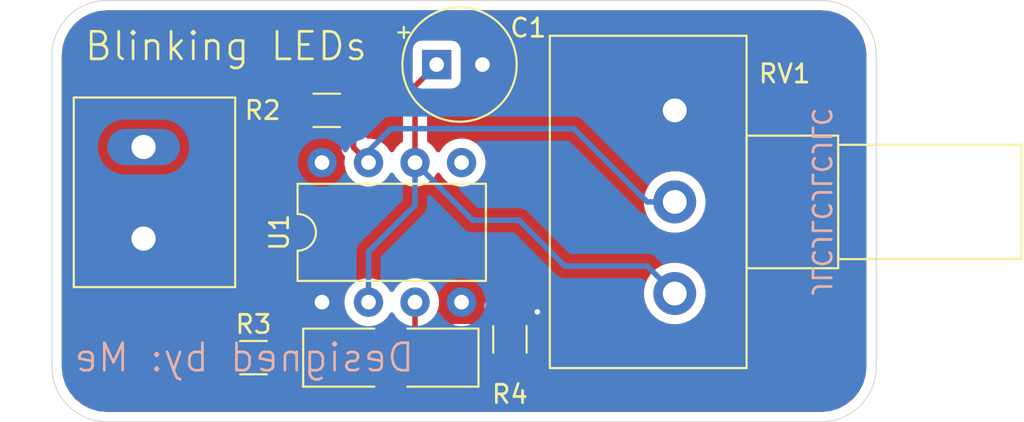
<source format=kicad_pcb>
(kicad_pcb (version 20211014) (generator pcbnew)
  (layers (0 "F.Cu" signal) (31 "B.Cu" signal) (34 "B.Paste" user) (35 "F.Paste" user) (36 "B.SilkS" user "B.Silkscreen") (37 "F.SilkS" user "F.Silkscreen") (38 "B.Mask" user) (39 "F.Mask" user) (44 "Edge.Cuts" user))
  (net 0 "")
  (net 1 "GND")
  (net 2 "Net-(D1-Pad1)")
  (net 3 "Net-(D2-Pad1)")
  (net 4 "/Discharge")
  (net 5 "Net-(U1-Pad5)")
  (net 6 "+5V")
  (net 7 "/Var.R")
  (net 8 "/OUTPUT")
  (footprint "LED_SMD:LED_1210_3225Metric" (layer "F.Cu") (at 116 119.5)
    (fp_text reference "D1" hide)
    (fp_text value "BLED")
    (fp_line (start -2.285 -1.585) (end -2.285 1.585) (layer "F.SilkS") (width 0.12))
    (fp_line (start 1.6 -1.585) (end -2.285 -1.585) (layer "F.SilkS") (width 0.12))
    (fp_line (start -2.285 1.585) (end 1.6 1.585) (layer "F.SilkS") (width 0.12))
    (pad "1" smd roundrect locked (at -1.4 0) (size 1.25 2.65) (layers "F.Cu" "F.Paste" "F.Mask") (roundrect_rratio 0.2) (net 2 "Net-(D1-Pad1)"))
    (pad "2" smd roundrect locked (at 1.4 0) (size 1.25 2.65) (layers "F.Cu" "F.Paste" "F.Mask") (roundrect_rratio 0.2) (net 8 "/OUTPUT"))
  )
  (footprint "LED_SMD:LED_1210_3225Metric" (layer "F.Cu") (at 121 119.5 180)
    (fp_text reference "D2" hide)
    (fp_text value "RLED")
    (fp_line (start 1.6 -1.585) (end -2.285 -1.585) (layer "F.SilkS") (width 0.12))
    (fp_line (start -2.285 -1.585) (end -2.285 1.585) (layer "F.SilkS") (width 0.12))
    (fp_line (start -2.285 1.585) (end 1.6 1.585) (layer "F.SilkS") (width 0.12))
    (pad "1" smd roundrect locked (at -1.4 0 180) (size 1.25 2.65) (layers "F.Cu" "F.Paste" "F.Mask") (roundrect_rratio 0.2) (net 3 "Net-(D2-Pad1)"))
    (pad "2" smd roundrect locked (at 1.4 0 180) (size 1.25 2.65) (layers "F.Cu" "F.Paste" "F.Mask") (roundrect_rratio 0.2) (net 8 "/OUTPUT"))
  )
  (footprint "TerminalBlock:TerminalBlock_Altech_AK300-2_P5.00mm" (layer "F.Cu") (at 105 113 90)
    (fp_text reference "Power_in1")
    (fp_text value "Conn_01x02")
    (fp_line (start -2.65 -3.81) (end 7.7 -3.81) (layer "F.SilkS") (width 0.12))
    (fp_line (start -2.65 -3.81) (end -2.65 5) (layer "F.SilkS") (width 0.12))
    (fp_line (start -2.65 5) (end 7.7 5) (layer "F.SilkS") (width 0.12))
    (fp_line (start 7.7 -3.81) (end 7.7 5) (layer "F.SilkS") (width 0.12))
    (pad "1" thru_hole rect locked (at 0 0 90) (size 1.98 3.96) (drill 1.32) (layers *.Cu *.Mask) (net 1 "GND"))
    (pad "2" thru_hole oval locked (at 5 0 90) (size 1.98 3.96) (drill 1.32) (layers *.Cu *.Mask) (net 6 "+5V"))
  )
  (footprint "Resistor_SMD:R_1206_3216Metric" (layer "F.Cu") (at 111 119.5)
    (fp_text reference "R3" (at 0 -1.82) (layer "F.SilkS"))
    (fp_text value "220")
    (fp_line (start -0.727064 -0.91) (end 0.727064 -0.91) (layer "F.SilkS") (width 0.12))
    (fp_line (start -0.727064 0.91) (end 0.727064 0.91) (layer "F.SilkS") (width 0.12))
    (pad "1" smd roundrect locked (at -1.4625 0) (size 1.125 1.75) (layers "F.Cu" "F.Paste" "F.Mask") (roundrect_rratio 0.2222213333) (net 6 "+5V"))
    (pad "2" smd roundrect locked (at 1.4625 0) (size 1.125 1.75) (layers "F.Cu" "F.Paste" "F.Mask") (roundrect_rratio 0.2222213333) (net 2 "Net-(D1-Pad1)"))
  )
  (footprint "Resistor_SMD:R_1206_3216Metric" (layer "F.Cu") (at 125 118.5 -90)
    (fp_text reference "R4" (at 3 0 180) (layer "F.SilkS"))
    (fp_text value "220")
    (fp_line (start -0.727064 0.91) (end 0.727064 0.91) (layer "F.SilkS") (width 0.12))
    (fp_line (start -0.727064 -0.91) (end 0.727064 -0.91) (layer "F.SilkS") (width 0.12))
    (pad "1" smd roundrect locked (at -1.4625 0 270) (size 1.125 1.75) (layers "F.Cu" "F.Paste" "F.Mask") (roundrect_rratio 0.2222213333) (net 1 "GND"))
    (pad "2" smd roundrect locked (at 1.4625 0 270) (size 1.125 1.75) (layers "F.Cu" "F.Paste" "F.Mask") (roundrect_rratio 0.2222213333) (net 3 "Net-(D2-Pad1)"))
  )
  (footprint "Package_DIP:DIP-8_W7.62mm" (layer "F.Cu") (at 114.74 116.47 90)
    (fp_text reference "U1" (at 3.81 -2.33 90) (layer "F.SilkS"))
    (fp_text value "TLC555xP")
    (fp_line (start 2.81 -1.33) (end 1.16 -1.33) (layer "F.SilkS") (width 0.12))
    (fp_line (start 1.16 -1.33) (end 1.16 8.95) (layer "F.SilkS") (width 0.12))
    (fp_line (start 6.46 8.95) (end 6.46 -1.33) (layer "F.SilkS") (width 0.12))
    (fp_line (start 6.46 -1.33) (end 4.81 -1.33) (layer "F.SilkS") (width 0.12))
    (fp_line (start 1.16 8.95) (end 6.46 8.95) (layer "F.SilkS") (width 0.12))
    (fp_arc (start 4.81 -1.33) (mid 3.81 -0.33) (end 2.81 -1.33) (layer "F.SilkS") (width 0.12))
    (pad "1" thru_hole rect locked (at 0 0 90) (size 1.6 1.6) (drill 0.8) (layers *.Cu *.Mask) (net 1 "GND"))
    (pad "2" thru_hole oval locked (at 0 2.54 90) (size 1.6 1.6) (drill 0.8) (layers *.Cu *.Mask) (net 7 "/Var.R"))
    (pad "3" thru_hole oval locked (at 0 5.08 90) (size 1.6 1.6) (drill 0.8) (layers *.Cu *.Mask) (net 8 "/OUTPUT"))
    (pad "4" thru_hole oval locked (at 0 7.62 90) (size 1.6 1.6) (drill 0.8) (layers *.Cu *.Mask) (net 6 "+5V"))
    (pad "5" thru_hole oval locked (at 7.62 7.62 90) (size 1.6 1.6) (drill 0.8) (layers *.Cu *.Mask) (net 5 "Net-(U1-Pad5)"))
    (pad "6" thru_hole oval locked (at 7.62 5.08 90) (size 1.6 1.6) (drill 0.8) (layers *.Cu *.Mask) (net 7 "/Var.R"))
    (pad "7" thru_hole oval locked (at 7.62 2.54 90) (size 1.6 1.6) (drill 0.8) (layers *.Cu *.Mask) (net 4 "/Discharge"))
    (pad "8" thru_hole oval locked (at 7.62 0 90) (size 1.6 1.6) (drill 0.8) (layers *.Cu *.Mask) (net 6 "+5V"))
  )
  (footprint "Potentiometer_THT:Potentiometer_Alps_RK163_Single_Horizontal" (layer "F.Cu") (at 134 116)
    (fp_text reference "RV1" (at 6 -12) (layer "F.SilkS"))
    (fp_text value "10k")
    (fp_line (start 8.92 -8.62) (end 8.92 -1.38) (layer "F.SilkS") (width 0.12))
    (fp_line (start 3.92 -8.62) (end 8.92 -8.62) (layer "F.SilkS") (width 0.12))
    (fp_line (start -6.82 -14.07) (end -6.82 4.07) (layer "F.SilkS") (width 0.12))
    (fp_line (start 3.92 -8.62) (end 3.92 -1.38) (layer "F.SilkS") (width 0.12))
    (fp_line (start 8.92 -8.12) (end 8.92 -1.879) (layer "F.SilkS") (width 0.12))
    (fp_line (start 18.92 -8.12) (end 18.92 -1.879) (layer "F.SilkS") (width 0.12))
    (fp_line (start -6.82 -14.07) (end 3.92 -14.07) (layer "F.SilkS") (width 0.12))
    (fp_line (start 8.92 -8.12) (end 18.92 -8.12) (layer "F.SilkS") (width 0.12))
    (fp_line (start -6.82 4.07) (end 3.92 4.07) (layer "F.SilkS") (width 0.12))
    (fp_line (start 3.92 -1.38) (end 8.92 -1.38) (layer "F.SilkS") (width 0.12))
    (fp_line (start 3.92 -14.07) (end 3.92 4.07) (layer "F.SilkS") (width 0.12))
    (fp_line (start 8.92 -1.879) (end 18.92 -1.879) (layer "F.SilkS") (width 0.12))
    (pad "1" thru_hole circle locked (at 0 0) (size 2.34 2.34) (drill 1.3) (layers *.Cu *.Mask) (net 7 "/Var.R"))
    (pad "2" thru_hole circle locked (at 0 -5) (size 2.34 2.34) (drill 1.3) (layers *.Cu *.Mask) (net 4 "/Discharge"))
    (pad "3" thru_hole circle locked (at 0 -10) (size 2.34 2.34) (drill 1.3) (layers *.Cu *.Mask) (net 1 "GND"))
  )
  (footprint "Capacitor_THT:CP_Radial_Tantal_D6.0mm_P2.50mm" (layer "F.Cu") (at 121 103.5)
    (fp_text reference "C1" (at 5 -2) (layer "F.SilkS"))
    (fp_text value "10μF")
    (fp_line (start -2.089749 -1.755) (end -1.489749 -1.755) (layer "F.SilkS") (width 0.12))
    (fp_line (start -1.789749 -2.055) (end -1.789749 -1.455) (layer "F.SilkS") (width 0.12))
    (fp_circle (center 1.25 0) (end 4.37 0) (layer "F.SilkS") (width 0.12) (fill none))
    (pad "1" thru_hole rect locked (at 0 0) (size 1.6 1.6) (drill 0.8) (layers *.Cu *.Mask) (net 7 "/Var.R"))
    (pad "2" thru_hole circle locked (at 2.5 0) (size 1.6 1.6) (drill 0.8) (layers *.Cu *.Mask) (net 1 "GND"))
  )
  (footprint "Resistor_SMD:R_1206_3216Metric" (layer "F.Cu") (at 115 106)
    (fp_text reference "R2" (at -3.5 0) (layer "F.SilkS"))
    (fp_text value "1k")
    (fp_line (start -0.727064 -0.91) (end 0.727064 -0.91) (layer "F.SilkS") (width 0.12))
    (fp_line (start -0.727064 0.91) (end 0.727064 0.91) (layer "F.SilkS") (width 0.12))
    (pad "1" smd roundrect locked (at -1.4625 0) (size 1.125 1.75) (layers "F.Cu" "F.Paste" "F.Mask") (roundrect_rratio 0.2222213333) (net 6 "+5V"))
    (pad "2" smd roundrect locked (at 1.4625 0) (size 1.125 1.75) (layers "F.Cu" "F.Paste" "F.Mask") (roundrect_rratio 0.2222213333) (net 4 "/Discharge"))
  )
  (gr_line (start 100 120) (end 100 103) (layer "Edge.Cuts") (width 0.05))
  (gr_arc (start 142 100) (mid 144.12132 100.87868) (end 145 103) (layer "Edge.Cuts") (width 0.05))
  (gr_arc (start 103 123) (mid 100.87868 122.12132) (end 100 120) (layer "Edge.Cuts") (width 0.05))
  (gr_arc (start 100 103) (mid 100.87868 100.87868) (end 103 100) (layer "Edge.Cuts") (width 0.05))
  (gr_arc (start 145 120) (mid 144.12132 122.12132) (end 142 123) (layer "Edge.Cuts") (width 0.05))
  (gr_line (start 142 123) (end 103 123) (layer "Edge.Cuts") (width 0.05))
  (gr_line (start 145 103) (end 145 120) (layer "Edge.Cuts") (width 0.05))
  (gr_line (start 103 100) (end 142 100) (layer "Edge.Cuts") (width 0.05))
  (gr_text "Designed by: Me" (at 110.5 119.5) (layer "B.SilkS") (effects (font (size 1.5 1.5)) (justify mirror)))
  (gr_text "JLCJLCJLCJLC" (at 142 111 270) (layer "B.SilkS") (effects (font (size 1 1)) (justify mirror)))
  (gr_text "Blinking LEDs" (at 109.5 102.5) (layer "F.SilkS") (effects (font (size 1.5 1.5))))
  (segment (start 125.0375 117) (end 125 117.0375) (width 0.5) (layer "F.Cu") (net 1))
  (segment (start 126.5 117) (end 125.0375 117) (width 0.5) (layer "F.Cu") (net 1))
  (via (at 126.5 117) (size 0.6) (drill 0.3) (layers "F.Cu" "B.Cu") (net 1))
  (segment (start 112.4625 119.5) (end 114.6 119.5) (width 0.3) (layer "F.Cu") (net 2))
  (segment (start 125 119.9625) (end 122.8625 119.9625) (width 0.3) (layer "F.Cu") (net 3))
  (segment (start 122.8625 119.9625) (end 122.4 119.5) (width 0.3) (layer "F.Cu") (net 3))
  (segment (start 116.4625 108.0325) (end 116.4625 106) (width 0.3) (layer "F.Cu") (net 4))
  (segment (start 116.4625 108.0325) (end 117.28 108.85) (width 0.3) (layer "F.Cu") (net 4))
  (segment (start 116.8025 108.3725) (end 117.28 108.85) (width 0.25) (layer "F.Cu") (net 4))
  (segment (start 132.5 111) (end 128.5 107) (width 0.3) (layer "B.Cu") (net 4))
  (segment (start 134 111) (end 132.5 111) (width 0.3) (layer "B.Cu") (net 4))
  (segment (start 118.5 107) (end 117.28 108.22) (width 0.3) (layer "B.Cu") (net 4))
  (segment (start 128.5 107) (end 118.5 107) (width 0.3) (layer "B.Cu") (net 4))
  (segment (start 117.28 108.22) (end 117.28 108.85) (width 0.3) (layer "B.Cu") (net 4))
  (segment (start 119.82 104.68) (end 121 103.5) (width 0.3) (layer "F.Cu") (net 7))
  (segment (start 119.82 108.85) (end 119.82 104.68) (width 0.3) (layer "F.Cu") (net 7))
  (segment (start 119.82 108.85) (end 119.82 111.18) (width 0.3) (layer "B.Cu") (net 7))
  (segment (start 117.28 113.72) (end 117.28 116.47) (width 0.3) (layer "B.Cu") (net 7))
  (segment (start 122.97 112) (end 125.5 112) (width 0.3) (layer "B.Cu") (net 7))
  (segment (start 132.5 114.5) (end 134 116) (width 0.3) (layer "B.Cu") (net 7))
  (segment (start 119.82 111.18) (end 117.28 113.72) (width 0.3) (layer "B.Cu") (net 7))
  (segment (start 119.82 108.85) (end 122.97 112) (width 0.3) (layer "B.Cu") (net 7))
  (segment (start 125.5 112) (end 128 114.5) (width 0.3) (layer "B.Cu") (net 7))
  (segment (start 128 114.5) (end 132.5 114.5) (width 0.3) (layer "B.Cu") (net 7))
  (segment (start 117.4 119.5) (end 119.6 119.5) (width 0.3) (layer "F.Cu") (net 8))
  (segment (start 119.82 116.47) (end 119.82 119.28) (width 0.3) (layer "F.Cu") (net 8))
  (segment (start 119.82 119.28) (end 119.6 119.5) (width 0.3) (layer "F.Cu") (net 8))
  (zone (net 6) (net_name "+5V") (layer "F.Cu") (connect_pads yes (clearance 0.508)) (min_thickness 0.254) (fill yes (thermal_gap 0.508) (thermal_bridge_width 0.508))
    (polygon (pts (xy 145 123) (xy 100 123) (xy 100 100) (xy 145 100)))
  )
  (zone (net 1) (net_name "GND") (layer "B.Cu") (connect_pads yes (clearance 0.508)) (min_thickness 0.254) (fill yes (thermal_gap 0.508) (thermal_bridge_width 0.508))
    (polygon (pts (xy 145 123) (xy 100 123) (xy 100 100) (xy 145 100)))
  )
)
</source>
